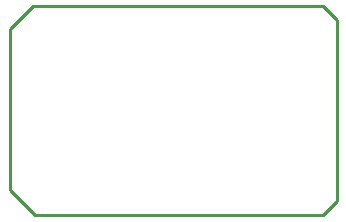
<source format=gko>
G04*
G04 #@! TF.GenerationSoftware,Altium Limited,Altium Designer,18.1.9 (240)*
G04*
G04 Layer_Color=16711935*
%FSLAX25Y25*%
%MOIN*%
G70*
G01*
G75*
%ADD15C,0.01000*%
D15*
X209500Y208100D02*
Y225500D01*
X204900Y230100D02*
X209500Y225500D01*
X108100Y230100D02*
X204900D01*
Y160500D02*
X209500Y165100D01*
X109000Y160500D02*
X204900D01*
X209500Y165100D02*
Y208100D01*
X100500Y169000D02*
Y222500D01*
Y169000D02*
X109000Y160500D01*
X100500Y222500D02*
X108100Y230100D01*
M02*

</source>
